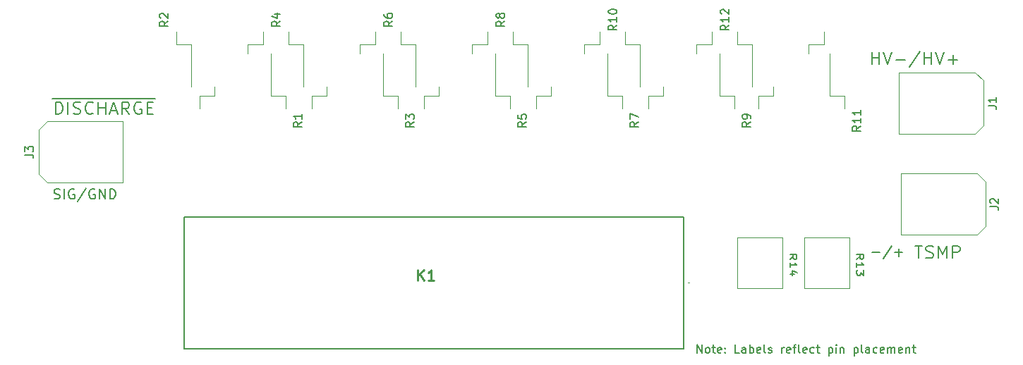
<source format=gbr>
%TF.GenerationSoftware,KiCad,Pcbnew,(6.0.7-1)-1*%
%TF.CreationDate,2022-12-17T15:07:59-05:00*%
%TF.ProjectId,ResistorNetwork,52657369-7374-46f7-924e-6574776f726b,rev?*%
%TF.SameCoordinates,Original*%
%TF.FileFunction,Legend,Top*%
%TF.FilePolarity,Positive*%
%FSLAX46Y46*%
G04 Gerber Fmt 4.6, Leading zero omitted, Abs format (unit mm)*
G04 Created by KiCad (PCBNEW (6.0.7-1)-1) date 2022-12-17 15:07:59*
%MOMM*%
%LPD*%
G01*
G04 APERTURE LIST*
%ADD10C,0.150000*%
%ADD11C,0.254000*%
%ADD12C,0.120000*%
%ADD13C,0.200000*%
%ADD14C,0.100000*%
G04 APERTURE END LIST*
D10*
X103552380Y-77147380D02*
X103552380Y-76147380D01*
X104123809Y-77147380D01*
X104123809Y-76147380D01*
X104742857Y-77147380D02*
X104647619Y-77099761D01*
X104600000Y-77052142D01*
X104552380Y-76956904D01*
X104552380Y-76671190D01*
X104600000Y-76575952D01*
X104647619Y-76528333D01*
X104742857Y-76480714D01*
X104885714Y-76480714D01*
X104980952Y-76528333D01*
X105028571Y-76575952D01*
X105076190Y-76671190D01*
X105076190Y-76956904D01*
X105028571Y-77052142D01*
X104980952Y-77099761D01*
X104885714Y-77147380D01*
X104742857Y-77147380D01*
X105361904Y-76480714D02*
X105742857Y-76480714D01*
X105504761Y-76147380D02*
X105504761Y-77004523D01*
X105552380Y-77099761D01*
X105647619Y-77147380D01*
X105742857Y-77147380D01*
X106457142Y-77099761D02*
X106361904Y-77147380D01*
X106171428Y-77147380D01*
X106076190Y-77099761D01*
X106028571Y-77004523D01*
X106028571Y-76623571D01*
X106076190Y-76528333D01*
X106171428Y-76480714D01*
X106361904Y-76480714D01*
X106457142Y-76528333D01*
X106504761Y-76623571D01*
X106504761Y-76718809D01*
X106028571Y-76814047D01*
X106933333Y-77052142D02*
X106980952Y-77099761D01*
X106933333Y-77147380D01*
X106885714Y-77099761D01*
X106933333Y-77052142D01*
X106933333Y-77147380D01*
X106933333Y-76528333D02*
X106980952Y-76575952D01*
X106933333Y-76623571D01*
X106885714Y-76575952D01*
X106933333Y-76528333D01*
X106933333Y-76623571D01*
X108647619Y-77147380D02*
X108171428Y-77147380D01*
X108171428Y-76147380D01*
X109409523Y-77147380D02*
X109409523Y-76623571D01*
X109361904Y-76528333D01*
X109266666Y-76480714D01*
X109076190Y-76480714D01*
X108980952Y-76528333D01*
X109409523Y-77099761D02*
X109314285Y-77147380D01*
X109076190Y-77147380D01*
X108980952Y-77099761D01*
X108933333Y-77004523D01*
X108933333Y-76909285D01*
X108980952Y-76814047D01*
X109076190Y-76766428D01*
X109314285Y-76766428D01*
X109409523Y-76718809D01*
X109885714Y-77147380D02*
X109885714Y-76147380D01*
X109885714Y-76528333D02*
X109980952Y-76480714D01*
X110171428Y-76480714D01*
X110266666Y-76528333D01*
X110314285Y-76575952D01*
X110361904Y-76671190D01*
X110361904Y-76956904D01*
X110314285Y-77052142D01*
X110266666Y-77099761D01*
X110171428Y-77147380D01*
X109980952Y-77147380D01*
X109885714Y-77099761D01*
X111171428Y-77099761D02*
X111076190Y-77147380D01*
X110885714Y-77147380D01*
X110790476Y-77099761D01*
X110742857Y-77004523D01*
X110742857Y-76623571D01*
X110790476Y-76528333D01*
X110885714Y-76480714D01*
X111076190Y-76480714D01*
X111171428Y-76528333D01*
X111219047Y-76623571D01*
X111219047Y-76718809D01*
X110742857Y-76814047D01*
X111790476Y-77147380D02*
X111695238Y-77099761D01*
X111647619Y-77004523D01*
X111647619Y-76147380D01*
X112123809Y-77099761D02*
X112219047Y-77147380D01*
X112409523Y-77147380D01*
X112504761Y-77099761D01*
X112552380Y-77004523D01*
X112552380Y-76956904D01*
X112504761Y-76861666D01*
X112409523Y-76814047D01*
X112266666Y-76814047D01*
X112171428Y-76766428D01*
X112123809Y-76671190D01*
X112123809Y-76623571D01*
X112171428Y-76528333D01*
X112266666Y-76480714D01*
X112409523Y-76480714D01*
X112504761Y-76528333D01*
X113742857Y-77147380D02*
X113742857Y-76480714D01*
X113742857Y-76671190D02*
X113790476Y-76575952D01*
X113838095Y-76528333D01*
X113933333Y-76480714D01*
X114028571Y-76480714D01*
X114742857Y-77099761D02*
X114647619Y-77147380D01*
X114457142Y-77147380D01*
X114361904Y-77099761D01*
X114314285Y-77004523D01*
X114314285Y-76623571D01*
X114361904Y-76528333D01*
X114457142Y-76480714D01*
X114647619Y-76480714D01*
X114742857Y-76528333D01*
X114790476Y-76623571D01*
X114790476Y-76718809D01*
X114314285Y-76814047D01*
X115076190Y-76480714D02*
X115457142Y-76480714D01*
X115219047Y-77147380D02*
X115219047Y-76290238D01*
X115266666Y-76195000D01*
X115361904Y-76147380D01*
X115457142Y-76147380D01*
X115933333Y-77147380D02*
X115838095Y-77099761D01*
X115790476Y-77004523D01*
X115790476Y-76147380D01*
X116695238Y-77099761D02*
X116600000Y-77147380D01*
X116409523Y-77147380D01*
X116314285Y-77099761D01*
X116266666Y-77004523D01*
X116266666Y-76623571D01*
X116314285Y-76528333D01*
X116409523Y-76480714D01*
X116600000Y-76480714D01*
X116695238Y-76528333D01*
X116742857Y-76623571D01*
X116742857Y-76718809D01*
X116266666Y-76814047D01*
X117600000Y-77099761D02*
X117504761Y-77147380D01*
X117314285Y-77147380D01*
X117219047Y-77099761D01*
X117171428Y-77052142D01*
X117123809Y-76956904D01*
X117123809Y-76671190D01*
X117171428Y-76575952D01*
X117219047Y-76528333D01*
X117314285Y-76480714D01*
X117504761Y-76480714D01*
X117600000Y-76528333D01*
X117885714Y-76480714D02*
X118266666Y-76480714D01*
X118028571Y-76147380D02*
X118028571Y-77004523D01*
X118076190Y-77099761D01*
X118171428Y-77147380D01*
X118266666Y-77147380D01*
X119361904Y-76480714D02*
X119361904Y-77480714D01*
X119361904Y-76528333D02*
X119457142Y-76480714D01*
X119647619Y-76480714D01*
X119742857Y-76528333D01*
X119790476Y-76575952D01*
X119838095Y-76671190D01*
X119838095Y-76956904D01*
X119790476Y-77052142D01*
X119742857Y-77099761D01*
X119647619Y-77147380D01*
X119457142Y-77147380D01*
X119361904Y-77099761D01*
X120266666Y-77147380D02*
X120266666Y-76480714D01*
X120266666Y-76147380D02*
X120219047Y-76195000D01*
X120266666Y-76242619D01*
X120314285Y-76195000D01*
X120266666Y-76147380D01*
X120266666Y-76242619D01*
X120742857Y-76480714D02*
X120742857Y-77147380D01*
X120742857Y-76575952D02*
X120790476Y-76528333D01*
X120885714Y-76480714D01*
X121028571Y-76480714D01*
X121123809Y-76528333D01*
X121171428Y-76623571D01*
X121171428Y-77147380D01*
X122409523Y-76480714D02*
X122409523Y-77480714D01*
X122409523Y-76528333D02*
X122504761Y-76480714D01*
X122695238Y-76480714D01*
X122790476Y-76528333D01*
X122838095Y-76575952D01*
X122885714Y-76671190D01*
X122885714Y-76956904D01*
X122838095Y-77052142D01*
X122790476Y-77099761D01*
X122695238Y-77147380D01*
X122504761Y-77147380D01*
X122409523Y-77099761D01*
X123457142Y-77147380D02*
X123361904Y-77099761D01*
X123314285Y-77004523D01*
X123314285Y-76147380D01*
X124266666Y-77147380D02*
X124266666Y-76623571D01*
X124219047Y-76528333D01*
X124123809Y-76480714D01*
X123933333Y-76480714D01*
X123838095Y-76528333D01*
X124266666Y-77099761D02*
X124171428Y-77147380D01*
X123933333Y-77147380D01*
X123838095Y-77099761D01*
X123790476Y-77004523D01*
X123790476Y-76909285D01*
X123838095Y-76814047D01*
X123933333Y-76766428D01*
X124171428Y-76766428D01*
X124266666Y-76718809D01*
X125171428Y-77099761D02*
X125076190Y-77147380D01*
X124885714Y-77147380D01*
X124790476Y-77099761D01*
X124742857Y-77052142D01*
X124695238Y-76956904D01*
X124695238Y-76671190D01*
X124742857Y-76575952D01*
X124790476Y-76528333D01*
X124885714Y-76480714D01*
X125076190Y-76480714D01*
X125171428Y-76528333D01*
X125980952Y-77099761D02*
X125885714Y-77147380D01*
X125695238Y-77147380D01*
X125600000Y-77099761D01*
X125552380Y-77004523D01*
X125552380Y-76623571D01*
X125600000Y-76528333D01*
X125695238Y-76480714D01*
X125885714Y-76480714D01*
X125980952Y-76528333D01*
X126028571Y-76623571D01*
X126028571Y-76718809D01*
X125552380Y-76814047D01*
X126457142Y-77147380D02*
X126457142Y-76480714D01*
X126457142Y-76575952D02*
X126504761Y-76528333D01*
X126600000Y-76480714D01*
X126742857Y-76480714D01*
X126838095Y-76528333D01*
X126885714Y-76623571D01*
X126885714Y-77147380D01*
X126885714Y-76623571D02*
X126933333Y-76528333D01*
X127028571Y-76480714D01*
X127171428Y-76480714D01*
X127266666Y-76528333D01*
X127314285Y-76623571D01*
X127314285Y-77147380D01*
X128171428Y-77099761D02*
X128076190Y-77147380D01*
X127885714Y-77147380D01*
X127790476Y-77099761D01*
X127742857Y-77004523D01*
X127742857Y-76623571D01*
X127790476Y-76528333D01*
X127885714Y-76480714D01*
X128076190Y-76480714D01*
X128171428Y-76528333D01*
X128219047Y-76623571D01*
X128219047Y-76718809D01*
X127742857Y-76814047D01*
X128647619Y-76480714D02*
X128647619Y-77147380D01*
X128647619Y-76575952D02*
X128695238Y-76528333D01*
X128790476Y-76480714D01*
X128933333Y-76480714D01*
X129028571Y-76528333D01*
X129076190Y-76623571D01*
X129076190Y-77147380D01*
X129409523Y-76480714D02*
X129790476Y-76480714D01*
X129552380Y-76147380D02*
X129552380Y-77004523D01*
X129600000Y-77099761D01*
X129695238Y-77147380D01*
X129790476Y-77147380D01*
X124571428Y-65085714D02*
X125485714Y-65085714D01*
X126914285Y-64285714D02*
X125885714Y-65828571D01*
X127314285Y-65085714D02*
X128228571Y-65085714D01*
X127771428Y-65542857D02*
X127771428Y-64628571D01*
X26414285Y-58585714D02*
X26585714Y-58642857D01*
X26871428Y-58642857D01*
X26985714Y-58585714D01*
X27042857Y-58528571D01*
X27100000Y-58414285D01*
X27100000Y-58300000D01*
X27042857Y-58185714D01*
X26985714Y-58128571D01*
X26871428Y-58071428D01*
X26642857Y-58014285D01*
X26528571Y-57957142D01*
X26471428Y-57900000D01*
X26414285Y-57785714D01*
X26414285Y-57671428D01*
X26471428Y-57557142D01*
X26528571Y-57500000D01*
X26642857Y-57442857D01*
X26928571Y-57442857D01*
X27100000Y-57500000D01*
X27614285Y-58642857D02*
X27614285Y-57442857D01*
X28814285Y-57500000D02*
X28700000Y-57442857D01*
X28528571Y-57442857D01*
X28357142Y-57500000D01*
X28242857Y-57614285D01*
X28185714Y-57728571D01*
X28128571Y-57957142D01*
X28128571Y-58128571D01*
X28185714Y-58357142D01*
X28242857Y-58471428D01*
X28357142Y-58585714D01*
X28528571Y-58642857D01*
X28642857Y-58642857D01*
X28814285Y-58585714D01*
X28871428Y-58528571D01*
X28871428Y-58128571D01*
X28642857Y-58128571D01*
X30242857Y-57385714D02*
X29214285Y-58928571D01*
X31271428Y-57500000D02*
X31157142Y-57442857D01*
X30985714Y-57442857D01*
X30814285Y-57500000D01*
X30700000Y-57614285D01*
X30642857Y-57728571D01*
X30585714Y-57957142D01*
X30585714Y-58128571D01*
X30642857Y-58357142D01*
X30700000Y-58471428D01*
X30814285Y-58585714D01*
X30985714Y-58642857D01*
X31100000Y-58642857D01*
X31271428Y-58585714D01*
X31328571Y-58528571D01*
X31328571Y-58128571D01*
X31100000Y-58128571D01*
X31842857Y-58642857D02*
X31842857Y-57442857D01*
X32528571Y-58642857D01*
X32528571Y-57442857D01*
X33100000Y-58642857D02*
X33100000Y-57442857D01*
X33385714Y-57442857D01*
X33557142Y-57500000D01*
X33671428Y-57614285D01*
X33728571Y-57728571D01*
X33785714Y-57957142D01*
X33785714Y-58128571D01*
X33728571Y-58357142D01*
X33671428Y-58471428D01*
X33557142Y-58585714D01*
X33385714Y-58642857D01*
X33100000Y-58642857D01*
X129750000Y-64263571D02*
X130607142Y-64263571D01*
X130178571Y-65763571D02*
X130178571Y-64263571D01*
X131035714Y-65692142D02*
X131250000Y-65763571D01*
X131607142Y-65763571D01*
X131750000Y-65692142D01*
X131821428Y-65620714D01*
X131892857Y-65477857D01*
X131892857Y-65335000D01*
X131821428Y-65192142D01*
X131750000Y-65120714D01*
X131607142Y-65049285D01*
X131321428Y-64977857D01*
X131178571Y-64906428D01*
X131107142Y-64835000D01*
X131035714Y-64692142D01*
X131035714Y-64549285D01*
X131107142Y-64406428D01*
X131178571Y-64335000D01*
X131321428Y-64263571D01*
X131678571Y-64263571D01*
X131892857Y-64335000D01*
X132535714Y-65763571D02*
X132535714Y-64263571D01*
X133035714Y-65335000D01*
X133535714Y-64263571D01*
X133535714Y-65763571D01*
X134250000Y-65763571D02*
X134250000Y-64263571D01*
X134821428Y-64263571D01*
X134964285Y-64335000D01*
X135035714Y-64406428D01*
X135107142Y-64549285D01*
X135107142Y-64763571D01*
X135035714Y-64906428D01*
X134964285Y-64977857D01*
X134821428Y-65049285D01*
X134250000Y-65049285D01*
X124557142Y-42471071D02*
X124557142Y-40971071D01*
X124557142Y-41685357D02*
X125414285Y-41685357D01*
X125414285Y-42471071D02*
X125414285Y-40971071D01*
X125914285Y-40971071D02*
X126414285Y-42471071D01*
X126914285Y-40971071D01*
X127414285Y-41899642D02*
X128557142Y-41899642D01*
X130342857Y-40899642D02*
X129057142Y-42828214D01*
X130842857Y-42471071D02*
X130842857Y-40971071D01*
X130842857Y-41685357D02*
X131700000Y-41685357D01*
X131700000Y-42471071D02*
X131700000Y-40971071D01*
X132200000Y-40971071D02*
X132700000Y-42471071D01*
X133200000Y-40971071D01*
X133700000Y-41899642D02*
X134842857Y-41899642D01*
X134271428Y-42471071D02*
X134271428Y-41328214D01*
X26221428Y-46555000D02*
X27721428Y-46555000D01*
X26578571Y-48478571D02*
X26578571Y-46978571D01*
X26935714Y-46978571D01*
X27150000Y-47050000D01*
X27292857Y-47192857D01*
X27364285Y-47335714D01*
X27435714Y-47621428D01*
X27435714Y-47835714D01*
X27364285Y-48121428D01*
X27292857Y-48264285D01*
X27150000Y-48407142D01*
X26935714Y-48478571D01*
X26578571Y-48478571D01*
X27721428Y-46555000D02*
X28435714Y-46555000D01*
X28078571Y-48478571D02*
X28078571Y-46978571D01*
X28435714Y-46555000D02*
X29864285Y-46555000D01*
X28721428Y-48407142D02*
X28935714Y-48478571D01*
X29292857Y-48478571D01*
X29435714Y-48407142D01*
X29507142Y-48335714D01*
X29578571Y-48192857D01*
X29578571Y-48050000D01*
X29507142Y-47907142D01*
X29435714Y-47835714D01*
X29292857Y-47764285D01*
X29007142Y-47692857D01*
X28864285Y-47621428D01*
X28792857Y-47550000D01*
X28721428Y-47407142D01*
X28721428Y-47264285D01*
X28792857Y-47121428D01*
X28864285Y-47050000D01*
X29007142Y-46978571D01*
X29364285Y-46978571D01*
X29578571Y-47050000D01*
X29864285Y-46555000D02*
X31364285Y-46555000D01*
X31078571Y-48335714D02*
X31007142Y-48407142D01*
X30792857Y-48478571D01*
X30650000Y-48478571D01*
X30435714Y-48407142D01*
X30292857Y-48264285D01*
X30221428Y-48121428D01*
X30150000Y-47835714D01*
X30150000Y-47621428D01*
X30221428Y-47335714D01*
X30292857Y-47192857D01*
X30435714Y-47050000D01*
X30650000Y-46978571D01*
X30792857Y-46978571D01*
X31007142Y-47050000D01*
X31078571Y-47121428D01*
X31364285Y-46555000D02*
X32935714Y-46555000D01*
X31721428Y-48478571D02*
X31721428Y-46978571D01*
X31721428Y-47692857D02*
X32578571Y-47692857D01*
X32578571Y-48478571D02*
X32578571Y-46978571D01*
X32935714Y-46555000D02*
X34221428Y-46555000D01*
X33221428Y-48050000D02*
X33935714Y-48050000D01*
X33078571Y-48478571D02*
X33578571Y-46978571D01*
X34078571Y-48478571D01*
X34221428Y-46555000D02*
X35721428Y-46555000D01*
X35435714Y-48478571D02*
X34935714Y-47764285D01*
X34578571Y-48478571D02*
X34578571Y-46978571D01*
X35150000Y-46978571D01*
X35292857Y-47050000D01*
X35364285Y-47121428D01*
X35435714Y-47264285D01*
X35435714Y-47478571D01*
X35364285Y-47621428D01*
X35292857Y-47692857D01*
X35150000Y-47764285D01*
X34578571Y-47764285D01*
X35721428Y-46555000D02*
X37221428Y-46555000D01*
X36864285Y-47050000D02*
X36721428Y-46978571D01*
X36507142Y-46978571D01*
X36292857Y-47050000D01*
X36150000Y-47192857D01*
X36078571Y-47335714D01*
X36007142Y-47621428D01*
X36007142Y-47835714D01*
X36078571Y-48121428D01*
X36150000Y-48264285D01*
X36292857Y-48407142D01*
X36507142Y-48478571D01*
X36650000Y-48478571D01*
X36864285Y-48407142D01*
X36935714Y-48335714D01*
X36935714Y-47835714D01*
X36650000Y-47835714D01*
X37221428Y-46555000D02*
X38578571Y-46555000D01*
X37578571Y-47692857D02*
X38078571Y-47692857D01*
X38292857Y-48478571D02*
X37578571Y-48478571D01*
X37578571Y-46978571D01*
X38292857Y-46978571D01*
%TO.C,R11*%
X123207380Y-49887857D02*
X122731190Y-50221190D01*
X123207380Y-50459285D02*
X122207380Y-50459285D01*
X122207380Y-50078333D01*
X122255000Y-49983095D01*
X122302619Y-49935476D01*
X122397857Y-49887857D01*
X122540714Y-49887857D01*
X122635952Y-49935476D01*
X122683571Y-49983095D01*
X122731190Y-50078333D01*
X122731190Y-50459285D01*
X123207380Y-48935476D02*
X123207380Y-49506904D01*
X123207380Y-49221190D02*
X122207380Y-49221190D01*
X122350238Y-49316428D01*
X122445476Y-49411666D01*
X122493095Y-49506904D01*
X123207380Y-47983095D02*
X123207380Y-48554523D01*
X123207380Y-48268809D02*
X122207380Y-48268809D01*
X122350238Y-48364047D01*
X122445476Y-48459285D01*
X122493095Y-48554523D01*
%TO.C,R9*%
X109994380Y-49411666D02*
X109518190Y-49745000D01*
X109994380Y-49983095D02*
X108994380Y-49983095D01*
X108994380Y-49602142D01*
X109042000Y-49506904D01*
X109089619Y-49459285D01*
X109184857Y-49411666D01*
X109327714Y-49411666D01*
X109422952Y-49459285D01*
X109470571Y-49506904D01*
X109518190Y-49602142D01*
X109518190Y-49983095D01*
X109994380Y-48935476D02*
X109994380Y-48745000D01*
X109946761Y-48649761D01*
X109899142Y-48602142D01*
X109756285Y-48506904D01*
X109565809Y-48459285D01*
X109184857Y-48459285D01*
X109089619Y-48506904D01*
X109042000Y-48554523D01*
X108994380Y-48649761D01*
X108994380Y-48840238D01*
X109042000Y-48935476D01*
X109089619Y-48983095D01*
X109184857Y-49030714D01*
X109422952Y-49030714D01*
X109518190Y-48983095D01*
X109565809Y-48935476D01*
X109613428Y-48840238D01*
X109613428Y-48649761D01*
X109565809Y-48554523D01*
X109518190Y-48506904D01*
X109422952Y-48459285D01*
%TO.C,J1*%
X138497380Y-47453333D02*
X139211666Y-47453333D01*
X139354523Y-47500952D01*
X139449761Y-47596190D01*
X139497380Y-47739047D01*
X139497380Y-47834285D01*
X139497380Y-46453333D02*
X139497380Y-47024761D01*
X139497380Y-46739047D02*
X138497380Y-46739047D01*
X138640238Y-46834285D01*
X138735476Y-46929523D01*
X138783095Y-47024761D01*
%TO.C,R10*%
X93935380Y-37762857D02*
X93459190Y-38096190D01*
X93935380Y-38334285D02*
X92935380Y-38334285D01*
X92935380Y-37953333D01*
X92983000Y-37858095D01*
X93030619Y-37810476D01*
X93125857Y-37762857D01*
X93268714Y-37762857D01*
X93363952Y-37810476D01*
X93411571Y-37858095D01*
X93459190Y-37953333D01*
X93459190Y-38334285D01*
X93935380Y-36810476D02*
X93935380Y-37381904D01*
X93935380Y-37096190D02*
X92935380Y-37096190D01*
X93078238Y-37191428D01*
X93173476Y-37286666D01*
X93221095Y-37381904D01*
X92935380Y-36191428D02*
X92935380Y-36096190D01*
X92983000Y-36000952D01*
X93030619Y-35953333D01*
X93125857Y-35905714D01*
X93316333Y-35858095D01*
X93554428Y-35858095D01*
X93744904Y-35905714D01*
X93840142Y-35953333D01*
X93887761Y-36000952D01*
X93935380Y-36096190D01*
X93935380Y-36191428D01*
X93887761Y-36286666D01*
X93840142Y-36334285D01*
X93744904Y-36381904D01*
X93554428Y-36429523D01*
X93316333Y-36429523D01*
X93125857Y-36381904D01*
X93030619Y-36334285D01*
X92983000Y-36286666D01*
X92935380Y-36191428D01*
%TO.C,R6*%
X67011380Y-37286666D02*
X66535190Y-37620000D01*
X67011380Y-37858095D02*
X66011380Y-37858095D01*
X66011380Y-37477142D01*
X66059000Y-37381904D01*
X66106619Y-37334285D01*
X66201857Y-37286666D01*
X66344714Y-37286666D01*
X66439952Y-37334285D01*
X66487571Y-37381904D01*
X66535190Y-37477142D01*
X66535190Y-37858095D01*
X66011380Y-36429523D02*
X66011380Y-36620000D01*
X66059000Y-36715238D01*
X66106619Y-36762857D01*
X66249476Y-36858095D01*
X66439952Y-36905714D01*
X66820904Y-36905714D01*
X66916142Y-36858095D01*
X66963761Y-36810476D01*
X67011380Y-36715238D01*
X67011380Y-36524761D01*
X66963761Y-36429523D01*
X66916142Y-36381904D01*
X66820904Y-36334285D01*
X66582809Y-36334285D01*
X66487571Y-36381904D01*
X66439952Y-36429523D01*
X66392333Y-36524761D01*
X66392333Y-36715238D01*
X66439952Y-36810476D01*
X66487571Y-36858095D01*
X66582809Y-36905714D01*
%TO.C,R5*%
X83070380Y-49411666D02*
X82594190Y-49745000D01*
X83070380Y-49983095D02*
X82070380Y-49983095D01*
X82070380Y-49602142D01*
X82118000Y-49506904D01*
X82165619Y-49459285D01*
X82260857Y-49411666D01*
X82403714Y-49411666D01*
X82498952Y-49459285D01*
X82546571Y-49506904D01*
X82594190Y-49602142D01*
X82594190Y-49983095D01*
X82070380Y-48506904D02*
X82070380Y-48983095D01*
X82546571Y-49030714D01*
X82498952Y-48983095D01*
X82451333Y-48887857D01*
X82451333Y-48649761D01*
X82498952Y-48554523D01*
X82546571Y-48506904D01*
X82641809Y-48459285D01*
X82879904Y-48459285D01*
X82975142Y-48506904D01*
X83022761Y-48554523D01*
X83070380Y-48649761D01*
X83070380Y-48887857D01*
X83022761Y-48983095D01*
X82975142Y-49030714D01*
%TO.C,J2*%
X138737380Y-59583333D02*
X139451666Y-59583333D01*
X139594523Y-59630952D01*
X139689761Y-59726190D01*
X139737380Y-59869047D01*
X139737380Y-59964285D01*
X138832619Y-59154761D02*
X138785000Y-59107142D01*
X138737380Y-59011904D01*
X138737380Y-58773809D01*
X138785000Y-58678571D01*
X138832619Y-58630952D01*
X138927857Y-58583333D01*
X139023095Y-58583333D01*
X139165952Y-58630952D01*
X139737380Y-59202380D01*
X139737380Y-58583333D01*
%TO.C,R14*%
X114743095Y-65902142D02*
X115124047Y-65568809D01*
X114743095Y-65330714D02*
X115543095Y-65330714D01*
X115543095Y-65711666D01*
X115505000Y-65806904D01*
X115466904Y-65854523D01*
X115390714Y-65902142D01*
X115276428Y-65902142D01*
X115200238Y-65854523D01*
X115162142Y-65806904D01*
X115124047Y-65711666D01*
X115124047Y-65330714D01*
X114743095Y-66854523D02*
X114743095Y-66283095D01*
X114743095Y-66568809D02*
X115543095Y-66568809D01*
X115428809Y-66473571D01*
X115352619Y-66378333D01*
X115314523Y-66283095D01*
X115276428Y-67711666D02*
X114743095Y-67711666D01*
X115581190Y-67473571D02*
X115009761Y-67235476D01*
X115009761Y-67854523D01*
%TO.C,R1*%
X56146380Y-49411666D02*
X55670190Y-49745000D01*
X56146380Y-49983095D02*
X55146380Y-49983095D01*
X55146380Y-49602142D01*
X55194000Y-49506904D01*
X55241619Y-49459285D01*
X55336857Y-49411666D01*
X55479714Y-49411666D01*
X55574952Y-49459285D01*
X55622571Y-49506904D01*
X55670190Y-49602142D01*
X55670190Y-49983095D01*
X56146380Y-48459285D02*
X56146380Y-49030714D01*
X56146380Y-48745000D02*
X55146380Y-48745000D01*
X55289238Y-48840238D01*
X55384476Y-48935476D01*
X55432095Y-49030714D01*
%TO.C,R7*%
X96532380Y-49411666D02*
X96056190Y-49745000D01*
X96532380Y-49983095D02*
X95532380Y-49983095D01*
X95532380Y-49602142D01*
X95580000Y-49506904D01*
X95627619Y-49459285D01*
X95722857Y-49411666D01*
X95865714Y-49411666D01*
X95960952Y-49459285D01*
X96008571Y-49506904D01*
X96056190Y-49602142D01*
X96056190Y-49983095D01*
X95532380Y-49078333D02*
X95532380Y-48411666D01*
X96532380Y-48840238D01*
%TO.C,R12*%
X107397380Y-37762857D02*
X106921190Y-38096190D01*
X107397380Y-38334285D02*
X106397380Y-38334285D01*
X106397380Y-37953333D01*
X106445000Y-37858095D01*
X106492619Y-37810476D01*
X106587857Y-37762857D01*
X106730714Y-37762857D01*
X106825952Y-37810476D01*
X106873571Y-37858095D01*
X106921190Y-37953333D01*
X106921190Y-38334285D01*
X107397380Y-36810476D02*
X107397380Y-37381904D01*
X107397380Y-37096190D02*
X106397380Y-37096190D01*
X106540238Y-37191428D01*
X106635476Y-37286666D01*
X106683095Y-37381904D01*
X106492619Y-36429523D02*
X106445000Y-36381904D01*
X106397380Y-36286666D01*
X106397380Y-36048571D01*
X106445000Y-35953333D01*
X106492619Y-35905714D01*
X106587857Y-35858095D01*
X106683095Y-35858095D01*
X106825952Y-35905714D01*
X107397380Y-36477142D01*
X107397380Y-35858095D01*
%TO.C,R2*%
X40087380Y-37286666D02*
X39611190Y-37620000D01*
X40087380Y-37858095D02*
X39087380Y-37858095D01*
X39087380Y-37477142D01*
X39135000Y-37381904D01*
X39182619Y-37334285D01*
X39277857Y-37286666D01*
X39420714Y-37286666D01*
X39515952Y-37334285D01*
X39563571Y-37381904D01*
X39611190Y-37477142D01*
X39611190Y-37858095D01*
X39182619Y-36905714D02*
X39135000Y-36858095D01*
X39087380Y-36762857D01*
X39087380Y-36524761D01*
X39135000Y-36429523D01*
X39182619Y-36381904D01*
X39277857Y-36334285D01*
X39373095Y-36334285D01*
X39515952Y-36381904D01*
X40087380Y-36953333D01*
X40087380Y-36334285D01*
%TO.C,J3*%
X22917380Y-53333333D02*
X23631666Y-53333333D01*
X23774523Y-53380952D01*
X23869761Y-53476190D01*
X23917380Y-53619047D01*
X23917380Y-53714285D01*
X22917380Y-52952380D02*
X22917380Y-52333333D01*
X23298333Y-52666666D01*
X23298333Y-52523809D01*
X23345952Y-52428571D01*
X23393571Y-52380952D01*
X23488809Y-52333333D01*
X23726904Y-52333333D01*
X23822142Y-52380952D01*
X23869761Y-52428571D01*
X23917380Y-52523809D01*
X23917380Y-52809523D01*
X23869761Y-52904761D01*
X23822142Y-52952380D01*
%TO.C,R4*%
X53549380Y-37286666D02*
X53073190Y-37620000D01*
X53549380Y-37858095D02*
X52549380Y-37858095D01*
X52549380Y-37477142D01*
X52597000Y-37381904D01*
X52644619Y-37334285D01*
X52739857Y-37286666D01*
X52882714Y-37286666D01*
X52977952Y-37334285D01*
X53025571Y-37381904D01*
X53073190Y-37477142D01*
X53073190Y-37858095D01*
X52882714Y-36429523D02*
X53549380Y-36429523D01*
X52501761Y-36667619D02*
X53216047Y-36905714D01*
X53216047Y-36286666D01*
%TO.C,R3*%
X69608380Y-49411666D02*
X69132190Y-49745000D01*
X69608380Y-49983095D02*
X68608380Y-49983095D01*
X68608380Y-49602142D01*
X68656000Y-49506904D01*
X68703619Y-49459285D01*
X68798857Y-49411666D01*
X68941714Y-49411666D01*
X69036952Y-49459285D01*
X69084571Y-49506904D01*
X69132190Y-49602142D01*
X69132190Y-49983095D01*
X68608380Y-49078333D02*
X68608380Y-48459285D01*
X68989333Y-48792619D01*
X68989333Y-48649761D01*
X69036952Y-48554523D01*
X69084571Y-48506904D01*
X69179809Y-48459285D01*
X69417904Y-48459285D01*
X69513142Y-48506904D01*
X69560761Y-48554523D01*
X69608380Y-48649761D01*
X69608380Y-48935476D01*
X69560761Y-49030714D01*
X69513142Y-49078333D01*
D11*
%TO.C,K1*%
X70072619Y-68419523D02*
X70072619Y-67149523D01*
X70798333Y-68419523D02*
X70254047Y-67693809D01*
X70798333Y-67149523D02*
X70072619Y-67875238D01*
X72007857Y-68419523D02*
X71282142Y-68419523D01*
X71645000Y-68419523D02*
X71645000Y-67149523D01*
X71524047Y-67330952D01*
X71403095Y-67451904D01*
X71282142Y-67512380D01*
D10*
%TO.C,R8*%
X80473380Y-37286666D02*
X79997190Y-37620000D01*
X80473380Y-37858095D02*
X79473380Y-37858095D01*
X79473380Y-37477142D01*
X79521000Y-37381904D01*
X79568619Y-37334285D01*
X79663857Y-37286666D01*
X79806714Y-37286666D01*
X79901952Y-37334285D01*
X79949571Y-37381904D01*
X79997190Y-37477142D01*
X79997190Y-37858095D01*
X79901952Y-36715238D02*
X79854333Y-36810476D01*
X79806714Y-36858095D01*
X79711476Y-36905714D01*
X79663857Y-36905714D01*
X79568619Y-36858095D01*
X79521000Y-36810476D01*
X79473380Y-36715238D01*
X79473380Y-36524761D01*
X79521000Y-36429523D01*
X79568619Y-36381904D01*
X79663857Y-36334285D01*
X79711476Y-36334285D01*
X79806714Y-36381904D01*
X79854333Y-36429523D01*
X79901952Y-36524761D01*
X79901952Y-36715238D01*
X79949571Y-36810476D01*
X79997190Y-36858095D01*
X80092428Y-36905714D01*
X80282904Y-36905714D01*
X80378142Y-36858095D01*
X80425761Y-36810476D01*
X80473380Y-36715238D01*
X80473380Y-36524761D01*
X80425761Y-36429523D01*
X80378142Y-36381904D01*
X80282904Y-36334285D01*
X80092428Y-36334285D01*
X79997190Y-36381904D01*
X79949571Y-36429523D01*
X79901952Y-36524761D01*
%TO.C,R13*%
X122743095Y-65902142D02*
X123124047Y-65568809D01*
X122743095Y-65330714D02*
X123543095Y-65330714D01*
X123543095Y-65711666D01*
X123505000Y-65806904D01*
X123466904Y-65854523D01*
X123390714Y-65902142D01*
X123276428Y-65902142D01*
X123200238Y-65854523D01*
X123162142Y-65806904D01*
X123124047Y-65711666D01*
X123124047Y-65330714D01*
X122743095Y-66854523D02*
X122743095Y-66283095D01*
X122743095Y-66568809D02*
X123543095Y-66568809D01*
X123428809Y-66473571D01*
X123352619Y-66378333D01*
X123314523Y-66283095D01*
X123543095Y-67187857D02*
X123543095Y-67806904D01*
X123238333Y-67473571D01*
X123238333Y-67616428D01*
X123200238Y-67711666D01*
X123162142Y-67759285D01*
X123085952Y-67806904D01*
X122895476Y-67806904D01*
X122819285Y-67759285D01*
X122781190Y-67711666D01*
X122743095Y-67616428D01*
X122743095Y-67330714D01*
X122781190Y-67235476D01*
X122819285Y-67187857D01*
D12*
%TO.C,R11*%
X121305000Y-46295000D02*
X119495000Y-46295000D01*
X110905000Y-47795000D02*
X110905000Y-46295000D01*
X119495000Y-46295000D02*
X119495000Y-41170000D01*
X112715000Y-46295000D02*
X112715000Y-45195000D01*
X110905000Y-46295000D02*
X112715000Y-46295000D01*
X121305000Y-47795000D02*
X121305000Y-46295000D01*
%TO.C,R9*%
X99502000Y-46295000D02*
X99502000Y-45195000D01*
X106282000Y-46295000D02*
X106282000Y-41170000D01*
X108092000Y-46295000D02*
X106282000Y-46295000D01*
X108092000Y-47795000D02*
X108092000Y-46295000D01*
X97692000Y-47795000D02*
X97692000Y-46295000D01*
X97692000Y-46295000D02*
X99502000Y-46295000D01*
%TO.C,J1*%
X127825000Y-43435000D02*
X136955000Y-43435000D01*
X136955000Y-43435000D02*
X137955000Y-44435000D01*
X137955000Y-44435000D02*
X137955000Y-49805000D01*
X136955000Y-50805000D02*
X127825000Y-50805000D01*
X127825000Y-50805000D02*
X127825000Y-43435000D01*
X137955000Y-49805000D02*
X136955000Y-50805000D01*
%TO.C,R10*%
X94933000Y-40070000D02*
X96743000Y-40070000D01*
X105333000Y-40070000D02*
X103523000Y-40070000D01*
X96743000Y-40070000D02*
X96743000Y-45195000D01*
X103523000Y-40070000D02*
X103523000Y-41170000D01*
X105333000Y-38570000D02*
X105333000Y-40070000D01*
X94933000Y-38570000D02*
X94933000Y-40070000D01*
%TO.C,R6*%
X78409000Y-40070000D02*
X76599000Y-40070000D01*
X78409000Y-38570000D02*
X78409000Y-40070000D01*
X68009000Y-38570000D02*
X68009000Y-40070000D01*
X76599000Y-40070000D02*
X76599000Y-41170000D01*
X68009000Y-40070000D02*
X69819000Y-40070000D01*
X69819000Y-40070000D02*
X69819000Y-45195000D01*
%TO.C,R5*%
X70768000Y-47795000D02*
X70768000Y-46295000D01*
X81168000Y-46295000D02*
X79358000Y-46295000D01*
X81168000Y-47795000D02*
X81168000Y-46295000D01*
X72578000Y-46295000D02*
X72578000Y-45195000D01*
X79358000Y-46295000D02*
X79358000Y-41170000D01*
X70768000Y-46295000D02*
X72578000Y-46295000D01*
%TO.C,J2*%
X128065000Y-55565000D02*
X137195000Y-55565000D01*
X138195000Y-61935000D02*
X137195000Y-62935000D01*
X138195000Y-56565000D02*
X138195000Y-61935000D01*
X128065000Y-62935000D02*
X128065000Y-55565000D01*
X137195000Y-62935000D02*
X128065000Y-62935000D01*
X137195000Y-55565000D02*
X138195000Y-56565000D01*
%TO.C,R14*%
X113855000Y-63245000D02*
X108405000Y-63245000D01*
X108405000Y-63245000D02*
X108405000Y-69345000D01*
X108405000Y-69345000D02*
X113855000Y-69345000D01*
X113855000Y-69345000D02*
X113855000Y-63245000D01*
%TO.C,R1*%
X43844000Y-47795000D02*
X43844000Y-46295000D01*
X52434000Y-46295000D02*
X52434000Y-41170000D01*
X45654000Y-46295000D02*
X45654000Y-45195000D01*
X54244000Y-46295000D02*
X52434000Y-46295000D01*
X43844000Y-46295000D02*
X45654000Y-46295000D01*
X54244000Y-47795000D02*
X54244000Y-46295000D01*
%TO.C,R7*%
X84230000Y-47795000D02*
X84230000Y-46295000D01*
X86040000Y-46295000D02*
X86040000Y-45195000D01*
X94630000Y-46295000D02*
X92820000Y-46295000D01*
X84230000Y-46295000D02*
X86040000Y-46295000D01*
X94630000Y-47795000D02*
X94630000Y-46295000D01*
X92820000Y-46295000D02*
X92820000Y-41170000D01*
%TO.C,R12*%
X118795000Y-40070000D02*
X116985000Y-40070000D01*
X116985000Y-40070000D02*
X116985000Y-41170000D01*
X118795000Y-38570000D02*
X118795000Y-40070000D01*
X108395000Y-40070000D02*
X110205000Y-40070000D01*
X110205000Y-40070000D02*
X110205000Y-45195000D01*
X108395000Y-38570000D02*
X108395000Y-40070000D01*
%TO.C,R2*%
X51485000Y-40070000D02*
X49675000Y-40070000D01*
X41085000Y-38570000D02*
X41085000Y-40070000D01*
X51485000Y-38570000D02*
X51485000Y-40070000D01*
X42895000Y-40070000D02*
X42895000Y-45195000D01*
X49675000Y-40070000D02*
X49675000Y-41170000D01*
X41085000Y-40070000D02*
X42895000Y-40070000D01*
%TO.C,J3*%
X34685000Y-56685000D02*
X25555000Y-56685000D01*
X25555000Y-49315000D02*
X34685000Y-49315000D01*
X24555000Y-50315000D02*
X25555000Y-49315000D01*
X34685000Y-49315000D02*
X34685000Y-56685000D01*
X24555000Y-55685000D02*
X24555000Y-50315000D01*
X25555000Y-56685000D02*
X24555000Y-55685000D01*
%TO.C,R4*%
X64947000Y-40070000D02*
X63137000Y-40070000D01*
X64947000Y-38570000D02*
X64947000Y-40070000D01*
X54547000Y-40070000D02*
X56357000Y-40070000D01*
X63137000Y-40070000D02*
X63137000Y-41170000D01*
X54547000Y-38570000D02*
X54547000Y-40070000D01*
X56357000Y-40070000D02*
X56357000Y-45195000D01*
%TO.C,R3*%
X57306000Y-46295000D02*
X59116000Y-46295000D01*
X67706000Y-47795000D02*
X67706000Y-46295000D01*
X67706000Y-46295000D02*
X65896000Y-46295000D01*
X65896000Y-46295000D02*
X65896000Y-41170000D01*
X57306000Y-47795000D02*
X57306000Y-46295000D01*
X59116000Y-46295000D02*
X59116000Y-45195000D01*
D13*
%TO.C,K1*%
X102000000Y-60825000D02*
X42000000Y-60825000D01*
X42000000Y-60825000D02*
X42000000Y-76625000D01*
X102000000Y-76625000D02*
X102000000Y-60825000D01*
D14*
X102500000Y-68725000D02*
X102500000Y-68725000D01*
D13*
X42000000Y-76625000D02*
X102000000Y-76625000D01*
D14*
X102600000Y-68725000D02*
X102600000Y-68725000D01*
X102500000Y-68725000D02*
G75*
G03*
X102600000Y-68725000I50000J0D01*
G01*
X102600000Y-68725000D02*
G75*
G03*
X102500000Y-68725000I-50000J0D01*
G01*
D12*
%TO.C,R8*%
X81471000Y-40070000D02*
X83281000Y-40070000D01*
X83281000Y-40070000D02*
X83281000Y-45195000D01*
X90061000Y-40070000D02*
X90061000Y-41170000D01*
X91871000Y-40070000D02*
X90061000Y-40070000D01*
X91871000Y-38570000D02*
X91871000Y-40070000D01*
X81471000Y-38570000D02*
X81471000Y-40070000D01*
%TO.C,R13*%
X121855000Y-63245000D02*
X116405000Y-63245000D01*
X116405000Y-63245000D02*
X116405000Y-69345000D01*
X116405000Y-69345000D02*
X121855000Y-69345000D01*
X121855000Y-69345000D02*
X121855000Y-63245000D01*
%TD*%
M02*

</source>
